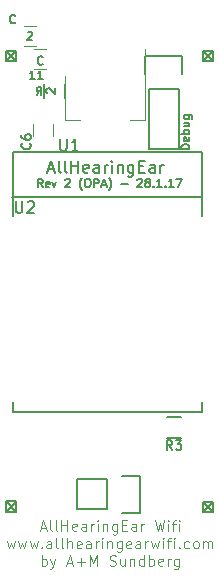
<source format=gbr>
G04 #@! TF.FileFunction,Legend,Top*
%FSLAX46Y46*%
G04 Gerber Fmt 4.6, Leading zero omitted, Abs format (unit mm)*
G04 Created by KiCad (PCBNEW 4.0.4-stable) date 01/28/17 22:06:06*
%MOMM*%
%LPD*%
G01*
G04 APERTURE LIST*
%ADD10C,0.100000*%
%ADD11C,0.175000*%
%ADD12C,0.125000*%
%ADD13C,0.127000*%
%ADD14C,0.152400*%
%ADD15C,0.150000*%
%ADD16C,0.120000*%
G04 APERTURE END LIST*
D10*
D11*
X145346667Y-62140000D02*
X145313333Y-62106667D01*
X145213333Y-62073333D01*
X145146667Y-62073333D01*
X145046667Y-62106667D01*
X144980000Y-62173333D01*
X144946667Y-62240000D01*
X144913333Y-62373333D01*
X144913333Y-62473333D01*
X144946667Y-62606667D01*
X144980000Y-62673333D01*
X145046667Y-62740000D01*
X145146667Y-62773333D01*
X145213333Y-62773333D01*
X145313333Y-62740000D01*
X145346667Y-62706667D01*
X142986667Y-58630000D02*
X142953333Y-58596667D01*
X142853333Y-58563333D01*
X142786667Y-58563333D01*
X142686667Y-58596667D01*
X142620000Y-58663333D01*
X142586667Y-58730000D01*
X142553333Y-58863333D01*
X142553333Y-58963333D01*
X142586667Y-59096667D01*
X142620000Y-59163333D01*
X142686667Y-59230000D01*
X142786667Y-59263333D01*
X142853333Y-59263333D01*
X142953333Y-59230000D01*
X142986667Y-59196667D01*
X144823333Y-65386667D02*
X145056667Y-65053333D01*
X145223333Y-65386667D02*
X145223333Y-64686667D01*
X144956667Y-64686667D01*
X144890000Y-64720000D01*
X144856667Y-64753333D01*
X144823333Y-64820000D01*
X144823333Y-64920000D01*
X144856667Y-64986667D01*
X144890000Y-65020000D01*
X144956667Y-65053333D01*
X145223333Y-65053333D01*
D12*
X145167143Y-102005000D02*
X145595714Y-102005000D01*
X145081428Y-102262143D02*
X145381428Y-101362143D01*
X145681428Y-102262143D01*
X146110000Y-102262143D02*
X146024286Y-102219286D01*
X145981429Y-102133571D01*
X145981429Y-101362143D01*
X146581429Y-102262143D02*
X146495715Y-102219286D01*
X146452858Y-102133571D01*
X146452858Y-101362143D01*
X146924287Y-102262143D02*
X146924287Y-101362143D01*
X146924287Y-101790714D02*
X147438572Y-101790714D01*
X147438572Y-102262143D02*
X147438572Y-101362143D01*
X148210001Y-102219286D02*
X148124287Y-102262143D01*
X147952858Y-102262143D01*
X147867144Y-102219286D01*
X147824287Y-102133571D01*
X147824287Y-101790714D01*
X147867144Y-101705000D01*
X147952858Y-101662143D01*
X148124287Y-101662143D01*
X148210001Y-101705000D01*
X148252858Y-101790714D01*
X148252858Y-101876429D01*
X147824287Y-101962143D01*
X149024287Y-102262143D02*
X149024287Y-101790714D01*
X148981430Y-101705000D01*
X148895716Y-101662143D01*
X148724287Y-101662143D01*
X148638573Y-101705000D01*
X149024287Y-102219286D02*
X148938573Y-102262143D01*
X148724287Y-102262143D01*
X148638573Y-102219286D01*
X148595716Y-102133571D01*
X148595716Y-102047857D01*
X148638573Y-101962143D01*
X148724287Y-101919286D01*
X148938573Y-101919286D01*
X149024287Y-101876429D01*
X149452859Y-102262143D02*
X149452859Y-101662143D01*
X149452859Y-101833571D02*
X149495716Y-101747857D01*
X149538573Y-101705000D01*
X149624287Y-101662143D01*
X149710002Y-101662143D01*
X150010002Y-102262143D02*
X150010002Y-101662143D01*
X150010002Y-101362143D02*
X149967145Y-101405000D01*
X150010002Y-101447857D01*
X150052859Y-101405000D01*
X150010002Y-101362143D01*
X150010002Y-101447857D01*
X150438573Y-101662143D02*
X150438573Y-102262143D01*
X150438573Y-101747857D02*
X150481430Y-101705000D01*
X150567144Y-101662143D01*
X150695716Y-101662143D01*
X150781430Y-101705000D01*
X150824287Y-101790714D01*
X150824287Y-102262143D01*
X151638573Y-101662143D02*
X151638573Y-102390714D01*
X151595716Y-102476429D01*
X151552859Y-102519286D01*
X151467144Y-102562143D01*
X151338573Y-102562143D01*
X151252859Y-102519286D01*
X151638573Y-102219286D02*
X151552859Y-102262143D01*
X151381430Y-102262143D01*
X151295716Y-102219286D01*
X151252859Y-102176429D01*
X151210002Y-102090714D01*
X151210002Y-101833571D01*
X151252859Y-101747857D01*
X151295716Y-101705000D01*
X151381430Y-101662143D01*
X151552859Y-101662143D01*
X151638573Y-101705000D01*
X152067145Y-101790714D02*
X152367145Y-101790714D01*
X152495716Y-102262143D02*
X152067145Y-102262143D01*
X152067145Y-101362143D01*
X152495716Y-101362143D01*
X153267145Y-102262143D02*
X153267145Y-101790714D01*
X153224288Y-101705000D01*
X153138574Y-101662143D01*
X152967145Y-101662143D01*
X152881431Y-101705000D01*
X153267145Y-102219286D02*
X153181431Y-102262143D01*
X152967145Y-102262143D01*
X152881431Y-102219286D01*
X152838574Y-102133571D01*
X152838574Y-102047857D01*
X152881431Y-101962143D01*
X152967145Y-101919286D01*
X153181431Y-101919286D01*
X153267145Y-101876429D01*
X153695717Y-102262143D02*
X153695717Y-101662143D01*
X153695717Y-101833571D02*
X153738574Y-101747857D01*
X153781431Y-101705000D01*
X153867145Y-101662143D01*
X153952860Y-101662143D01*
X154852859Y-101362143D02*
X155067145Y-102262143D01*
X155238574Y-101619286D01*
X155410002Y-102262143D01*
X155624288Y-101362143D01*
X155967145Y-102262143D02*
X155967145Y-101662143D01*
X155967145Y-101362143D02*
X155924288Y-101405000D01*
X155967145Y-101447857D01*
X156010002Y-101405000D01*
X155967145Y-101362143D01*
X155967145Y-101447857D01*
X156267144Y-101662143D02*
X156610001Y-101662143D01*
X156395716Y-102262143D02*
X156395716Y-101490714D01*
X156438573Y-101405000D01*
X156524287Y-101362143D01*
X156610001Y-101362143D01*
X156910002Y-102262143D02*
X156910002Y-101662143D01*
X156910002Y-101362143D02*
X156867145Y-101405000D01*
X156910002Y-101447857D01*
X156952859Y-101405000D01*
X156910002Y-101362143D01*
X156910002Y-101447857D01*
X142338570Y-103137143D02*
X142509999Y-103737143D01*
X142681428Y-103308571D01*
X142852856Y-103737143D01*
X143024285Y-103137143D01*
X143281427Y-103137143D02*
X143452856Y-103737143D01*
X143624285Y-103308571D01*
X143795713Y-103737143D01*
X143967142Y-103137143D01*
X144224284Y-103137143D02*
X144395713Y-103737143D01*
X144567142Y-103308571D01*
X144738570Y-103737143D01*
X144909999Y-103137143D01*
X145252856Y-103651429D02*
X145295713Y-103694286D01*
X145252856Y-103737143D01*
X145209999Y-103694286D01*
X145252856Y-103651429D01*
X145252856Y-103737143D01*
X146067141Y-103737143D02*
X146067141Y-103265714D01*
X146024284Y-103180000D01*
X145938570Y-103137143D01*
X145767141Y-103137143D01*
X145681427Y-103180000D01*
X146067141Y-103694286D02*
X145981427Y-103737143D01*
X145767141Y-103737143D01*
X145681427Y-103694286D01*
X145638570Y-103608571D01*
X145638570Y-103522857D01*
X145681427Y-103437143D01*
X145767141Y-103394286D01*
X145981427Y-103394286D01*
X146067141Y-103351429D01*
X146624284Y-103737143D02*
X146538570Y-103694286D01*
X146495713Y-103608571D01*
X146495713Y-102837143D01*
X147095713Y-103737143D02*
X147009999Y-103694286D01*
X146967142Y-103608571D01*
X146967142Y-102837143D01*
X147438571Y-103737143D02*
X147438571Y-102837143D01*
X147824285Y-103737143D02*
X147824285Y-103265714D01*
X147781428Y-103180000D01*
X147695714Y-103137143D01*
X147567142Y-103137143D01*
X147481428Y-103180000D01*
X147438571Y-103222857D01*
X148595714Y-103694286D02*
X148510000Y-103737143D01*
X148338571Y-103737143D01*
X148252857Y-103694286D01*
X148210000Y-103608571D01*
X148210000Y-103265714D01*
X148252857Y-103180000D01*
X148338571Y-103137143D01*
X148510000Y-103137143D01*
X148595714Y-103180000D01*
X148638571Y-103265714D01*
X148638571Y-103351429D01*
X148210000Y-103437143D01*
X149410000Y-103737143D02*
X149410000Y-103265714D01*
X149367143Y-103180000D01*
X149281429Y-103137143D01*
X149110000Y-103137143D01*
X149024286Y-103180000D01*
X149410000Y-103694286D02*
X149324286Y-103737143D01*
X149110000Y-103737143D01*
X149024286Y-103694286D01*
X148981429Y-103608571D01*
X148981429Y-103522857D01*
X149024286Y-103437143D01*
X149110000Y-103394286D01*
X149324286Y-103394286D01*
X149410000Y-103351429D01*
X149838572Y-103737143D02*
X149838572Y-103137143D01*
X149838572Y-103308571D02*
X149881429Y-103222857D01*
X149924286Y-103180000D01*
X150010000Y-103137143D01*
X150095715Y-103137143D01*
X150395715Y-103737143D02*
X150395715Y-103137143D01*
X150395715Y-102837143D02*
X150352858Y-102880000D01*
X150395715Y-102922857D01*
X150438572Y-102880000D01*
X150395715Y-102837143D01*
X150395715Y-102922857D01*
X150824286Y-103137143D02*
X150824286Y-103737143D01*
X150824286Y-103222857D02*
X150867143Y-103180000D01*
X150952857Y-103137143D01*
X151081429Y-103137143D01*
X151167143Y-103180000D01*
X151210000Y-103265714D01*
X151210000Y-103737143D01*
X152024286Y-103137143D02*
X152024286Y-103865714D01*
X151981429Y-103951429D01*
X151938572Y-103994286D01*
X151852857Y-104037143D01*
X151724286Y-104037143D01*
X151638572Y-103994286D01*
X152024286Y-103694286D02*
X151938572Y-103737143D01*
X151767143Y-103737143D01*
X151681429Y-103694286D01*
X151638572Y-103651429D01*
X151595715Y-103565714D01*
X151595715Y-103308571D01*
X151638572Y-103222857D01*
X151681429Y-103180000D01*
X151767143Y-103137143D01*
X151938572Y-103137143D01*
X152024286Y-103180000D01*
X152795715Y-103694286D02*
X152710001Y-103737143D01*
X152538572Y-103737143D01*
X152452858Y-103694286D01*
X152410001Y-103608571D01*
X152410001Y-103265714D01*
X152452858Y-103180000D01*
X152538572Y-103137143D01*
X152710001Y-103137143D01*
X152795715Y-103180000D01*
X152838572Y-103265714D01*
X152838572Y-103351429D01*
X152410001Y-103437143D01*
X153610001Y-103737143D02*
X153610001Y-103265714D01*
X153567144Y-103180000D01*
X153481430Y-103137143D01*
X153310001Y-103137143D01*
X153224287Y-103180000D01*
X153610001Y-103694286D02*
X153524287Y-103737143D01*
X153310001Y-103737143D01*
X153224287Y-103694286D01*
X153181430Y-103608571D01*
X153181430Y-103522857D01*
X153224287Y-103437143D01*
X153310001Y-103394286D01*
X153524287Y-103394286D01*
X153610001Y-103351429D01*
X154038573Y-103737143D02*
X154038573Y-103137143D01*
X154038573Y-103308571D02*
X154081430Y-103222857D01*
X154124287Y-103180000D01*
X154210001Y-103137143D01*
X154295716Y-103137143D01*
X154510001Y-103137143D02*
X154681430Y-103737143D01*
X154852859Y-103308571D01*
X155024287Y-103737143D01*
X155195716Y-103137143D01*
X155538573Y-103737143D02*
X155538573Y-103137143D01*
X155538573Y-102837143D02*
X155495716Y-102880000D01*
X155538573Y-102922857D01*
X155581430Y-102880000D01*
X155538573Y-102837143D01*
X155538573Y-102922857D01*
X155838572Y-103137143D02*
X156181429Y-103137143D01*
X155967144Y-103737143D02*
X155967144Y-102965714D01*
X156010001Y-102880000D01*
X156095715Y-102837143D01*
X156181429Y-102837143D01*
X156481430Y-103737143D02*
X156481430Y-103137143D01*
X156481430Y-102837143D02*
X156438573Y-102880000D01*
X156481430Y-102922857D01*
X156524287Y-102880000D01*
X156481430Y-102837143D01*
X156481430Y-102922857D01*
X156910001Y-103651429D02*
X156952858Y-103694286D01*
X156910001Y-103737143D01*
X156867144Y-103694286D01*
X156910001Y-103651429D01*
X156910001Y-103737143D01*
X157724286Y-103694286D02*
X157638572Y-103737143D01*
X157467143Y-103737143D01*
X157381429Y-103694286D01*
X157338572Y-103651429D01*
X157295715Y-103565714D01*
X157295715Y-103308571D01*
X157338572Y-103222857D01*
X157381429Y-103180000D01*
X157467143Y-103137143D01*
X157638572Y-103137143D01*
X157724286Y-103180000D01*
X158238572Y-103737143D02*
X158152858Y-103694286D01*
X158110001Y-103651429D01*
X158067144Y-103565714D01*
X158067144Y-103308571D01*
X158110001Y-103222857D01*
X158152858Y-103180000D01*
X158238572Y-103137143D01*
X158367144Y-103137143D01*
X158452858Y-103180000D01*
X158495715Y-103222857D01*
X158538572Y-103308571D01*
X158538572Y-103565714D01*
X158495715Y-103651429D01*
X158452858Y-103694286D01*
X158367144Y-103737143D01*
X158238572Y-103737143D01*
X158924287Y-103737143D02*
X158924287Y-103137143D01*
X158924287Y-103222857D02*
X158967144Y-103180000D01*
X159052858Y-103137143D01*
X159181430Y-103137143D01*
X159267144Y-103180000D01*
X159310001Y-103265714D01*
X159310001Y-103737143D01*
X159310001Y-103265714D02*
X159352858Y-103180000D01*
X159438572Y-103137143D01*
X159567144Y-103137143D01*
X159652858Y-103180000D01*
X159695715Y-103265714D01*
X159695715Y-103737143D01*
X145252857Y-105212143D02*
X145252857Y-104312143D01*
X145252857Y-104655000D02*
X145338571Y-104612143D01*
X145510000Y-104612143D01*
X145595714Y-104655000D01*
X145638571Y-104697857D01*
X145681428Y-104783571D01*
X145681428Y-105040714D01*
X145638571Y-105126429D01*
X145595714Y-105169286D01*
X145510000Y-105212143D01*
X145338571Y-105212143D01*
X145252857Y-105169286D01*
X145981428Y-104612143D02*
X146195714Y-105212143D01*
X146410000Y-104612143D02*
X146195714Y-105212143D01*
X146110000Y-105426429D01*
X146067143Y-105469286D01*
X145981428Y-105512143D01*
X147395714Y-104955000D02*
X147824285Y-104955000D01*
X147309999Y-105212143D02*
X147609999Y-104312143D01*
X147909999Y-105212143D01*
X148210000Y-104869286D02*
X148895714Y-104869286D01*
X148552857Y-105212143D02*
X148552857Y-104526429D01*
X149324286Y-105212143D02*
X149324286Y-104312143D01*
X149624286Y-104955000D01*
X149924286Y-104312143D01*
X149924286Y-105212143D01*
X150995714Y-105169286D02*
X151124285Y-105212143D01*
X151338571Y-105212143D01*
X151424285Y-105169286D01*
X151467142Y-105126429D01*
X151509999Y-105040714D01*
X151509999Y-104955000D01*
X151467142Y-104869286D01*
X151424285Y-104826429D01*
X151338571Y-104783571D01*
X151167142Y-104740714D01*
X151081428Y-104697857D01*
X151038571Y-104655000D01*
X150995714Y-104569286D01*
X150995714Y-104483571D01*
X151038571Y-104397857D01*
X151081428Y-104355000D01*
X151167142Y-104312143D01*
X151381428Y-104312143D01*
X151509999Y-104355000D01*
X152281428Y-104612143D02*
X152281428Y-105212143D01*
X151895714Y-104612143D02*
X151895714Y-105083571D01*
X151938571Y-105169286D01*
X152024285Y-105212143D01*
X152152857Y-105212143D01*
X152238571Y-105169286D01*
X152281428Y-105126429D01*
X152710000Y-104612143D02*
X152710000Y-105212143D01*
X152710000Y-104697857D02*
X152752857Y-104655000D01*
X152838571Y-104612143D01*
X152967143Y-104612143D01*
X153052857Y-104655000D01*
X153095714Y-104740714D01*
X153095714Y-105212143D01*
X153910000Y-105212143D02*
X153910000Y-104312143D01*
X153910000Y-105169286D02*
X153824286Y-105212143D01*
X153652857Y-105212143D01*
X153567143Y-105169286D01*
X153524286Y-105126429D01*
X153481429Y-105040714D01*
X153481429Y-104783571D01*
X153524286Y-104697857D01*
X153567143Y-104655000D01*
X153652857Y-104612143D01*
X153824286Y-104612143D01*
X153910000Y-104655000D01*
X154338572Y-105212143D02*
X154338572Y-104312143D01*
X154338572Y-104655000D02*
X154424286Y-104612143D01*
X154595715Y-104612143D01*
X154681429Y-104655000D01*
X154724286Y-104697857D01*
X154767143Y-104783571D01*
X154767143Y-105040714D01*
X154724286Y-105126429D01*
X154681429Y-105169286D01*
X154595715Y-105212143D01*
X154424286Y-105212143D01*
X154338572Y-105169286D01*
X155495715Y-105169286D02*
X155410001Y-105212143D01*
X155238572Y-105212143D01*
X155152858Y-105169286D01*
X155110001Y-105083571D01*
X155110001Y-104740714D01*
X155152858Y-104655000D01*
X155238572Y-104612143D01*
X155410001Y-104612143D01*
X155495715Y-104655000D01*
X155538572Y-104740714D01*
X155538572Y-104826429D01*
X155110001Y-104912143D01*
X155924287Y-105212143D02*
X155924287Y-104612143D01*
X155924287Y-104783571D02*
X155967144Y-104697857D01*
X156010001Y-104655000D01*
X156095715Y-104612143D01*
X156181430Y-104612143D01*
X156867144Y-104612143D02*
X156867144Y-105340714D01*
X156824287Y-105426429D01*
X156781430Y-105469286D01*
X156695715Y-105512143D01*
X156567144Y-105512143D01*
X156481430Y-105469286D01*
X156867144Y-105169286D02*
X156781430Y-105212143D01*
X156610001Y-105212143D01*
X156524287Y-105169286D01*
X156481430Y-105126429D01*
X156438573Y-105040714D01*
X156438573Y-104783571D01*
X156481430Y-104697857D01*
X156524287Y-104655000D01*
X156610001Y-104612143D01*
X156781430Y-104612143D01*
X156867144Y-104655000D01*
D13*
X158910000Y-100660000D02*
X159785000Y-100660000D01*
X159760000Y-99810000D02*
X158910000Y-100660000D01*
D11*
X145323334Y-73156667D02*
X145090000Y-72823333D01*
X144923334Y-73156667D02*
X144923334Y-72456667D01*
X145190000Y-72456667D01*
X145256667Y-72490000D01*
X145290000Y-72523333D01*
X145323334Y-72590000D01*
X145323334Y-72690000D01*
X145290000Y-72756667D01*
X145256667Y-72790000D01*
X145190000Y-72823333D01*
X144923334Y-72823333D01*
X145890000Y-73123333D02*
X145823334Y-73156667D01*
X145690000Y-73156667D01*
X145623334Y-73123333D01*
X145590000Y-73056667D01*
X145590000Y-72790000D01*
X145623334Y-72723333D01*
X145690000Y-72690000D01*
X145823334Y-72690000D01*
X145890000Y-72723333D01*
X145923334Y-72790000D01*
X145923334Y-72856667D01*
X145590000Y-72923333D01*
X146156667Y-72690000D02*
X146323334Y-73156667D01*
X146490000Y-72690000D01*
X147256666Y-72523333D02*
X147290000Y-72490000D01*
X147356666Y-72456667D01*
X147523333Y-72456667D01*
X147590000Y-72490000D01*
X147623333Y-72523333D01*
X147656666Y-72590000D01*
X147656666Y-72656667D01*
X147623333Y-72756667D01*
X147223333Y-73156667D01*
X147656666Y-73156667D01*
X148690000Y-73423333D02*
X148656666Y-73390000D01*
X148590000Y-73290000D01*
X148556666Y-73223333D01*
X148523333Y-73123333D01*
X148490000Y-72956667D01*
X148490000Y-72823333D01*
X148523333Y-72656667D01*
X148556666Y-72556667D01*
X148590000Y-72490000D01*
X148656666Y-72390000D01*
X148690000Y-72356667D01*
X149090000Y-72456667D02*
X149223333Y-72456667D01*
X149290000Y-72490000D01*
X149356667Y-72556667D01*
X149390000Y-72690000D01*
X149390000Y-72923333D01*
X149356667Y-73056667D01*
X149290000Y-73123333D01*
X149223333Y-73156667D01*
X149090000Y-73156667D01*
X149023333Y-73123333D01*
X148956667Y-73056667D01*
X148923333Y-72923333D01*
X148923333Y-72690000D01*
X148956667Y-72556667D01*
X149023333Y-72490000D01*
X149090000Y-72456667D01*
X149690000Y-73156667D02*
X149690000Y-72456667D01*
X149956666Y-72456667D01*
X150023333Y-72490000D01*
X150056666Y-72523333D01*
X150090000Y-72590000D01*
X150090000Y-72690000D01*
X150056666Y-72756667D01*
X150023333Y-72790000D01*
X149956666Y-72823333D01*
X149690000Y-72823333D01*
X150356666Y-72956667D02*
X150690000Y-72956667D01*
X150290000Y-73156667D02*
X150523333Y-72456667D01*
X150756666Y-73156667D01*
X150923333Y-73423333D02*
X150956666Y-73390000D01*
X151023333Y-73290000D01*
X151056666Y-73223333D01*
X151090000Y-73123333D01*
X151123333Y-72956667D01*
X151123333Y-72823333D01*
X151090000Y-72656667D01*
X151056666Y-72556667D01*
X151023333Y-72490000D01*
X150956666Y-72390000D01*
X150923333Y-72356667D01*
X151990000Y-72890000D02*
X152523333Y-72890000D01*
X153356666Y-72523333D02*
X153390000Y-72490000D01*
X153456666Y-72456667D01*
X153623333Y-72456667D01*
X153690000Y-72490000D01*
X153723333Y-72523333D01*
X153756666Y-72590000D01*
X153756666Y-72656667D01*
X153723333Y-72756667D01*
X153323333Y-73156667D01*
X153756666Y-73156667D01*
X154156667Y-72756667D02*
X154090000Y-72723333D01*
X154056667Y-72690000D01*
X154023333Y-72623333D01*
X154023333Y-72590000D01*
X154056667Y-72523333D01*
X154090000Y-72490000D01*
X154156667Y-72456667D01*
X154290000Y-72456667D01*
X154356667Y-72490000D01*
X154390000Y-72523333D01*
X154423333Y-72590000D01*
X154423333Y-72623333D01*
X154390000Y-72690000D01*
X154356667Y-72723333D01*
X154290000Y-72756667D01*
X154156667Y-72756667D01*
X154090000Y-72790000D01*
X154056667Y-72823333D01*
X154023333Y-72890000D01*
X154023333Y-73023333D01*
X154056667Y-73090000D01*
X154090000Y-73123333D01*
X154156667Y-73156667D01*
X154290000Y-73156667D01*
X154356667Y-73123333D01*
X154390000Y-73090000D01*
X154423333Y-73023333D01*
X154423333Y-72890000D01*
X154390000Y-72823333D01*
X154356667Y-72790000D01*
X154290000Y-72756667D01*
X154723334Y-73090000D02*
X154756667Y-73123333D01*
X154723334Y-73156667D01*
X154690000Y-73123333D01*
X154723334Y-73090000D01*
X154723334Y-73156667D01*
X155423333Y-73156667D02*
X155023333Y-73156667D01*
X155223333Y-73156667D02*
X155223333Y-72456667D01*
X155156667Y-72556667D01*
X155090000Y-72623333D01*
X155023333Y-72656667D01*
X155723334Y-73090000D02*
X155756667Y-73123333D01*
X155723334Y-73156667D01*
X155690000Y-73123333D01*
X155723334Y-73090000D01*
X155723334Y-73156667D01*
X156423333Y-73156667D02*
X156023333Y-73156667D01*
X156223333Y-73156667D02*
X156223333Y-72456667D01*
X156156667Y-72556667D01*
X156090000Y-72623333D01*
X156023333Y-72656667D01*
X156656667Y-72456667D02*
X157123334Y-72456667D01*
X156823334Y-73156667D01*
D13*
X159785000Y-100660000D02*
X158910000Y-99785000D01*
X159785000Y-99785000D02*
X158910000Y-99785000D01*
X158910000Y-100660000D02*
X158910000Y-99785000D01*
X159785000Y-100660000D02*
X159785000Y-99785000D01*
X143105000Y-100640000D02*
X143105000Y-99765000D01*
X142230000Y-100640000D02*
X143105000Y-100640000D01*
X142230000Y-100640000D02*
X142230000Y-99765000D01*
X143080000Y-99790000D02*
X142230000Y-100640000D01*
X143105000Y-99765000D02*
X142230000Y-99765000D01*
X143105000Y-100640000D02*
X142230000Y-99765000D01*
X143115000Y-62480000D02*
X142240000Y-61605000D01*
X143115000Y-61605000D02*
X142240000Y-61605000D01*
X143090000Y-61630000D02*
X142240000Y-62480000D01*
X142240000Y-62480000D02*
X142240000Y-61605000D01*
X142240000Y-62480000D02*
X143115000Y-62480000D01*
X143115000Y-62480000D02*
X143115000Y-61605000D01*
X159750000Y-62500000D02*
X159750000Y-61625000D01*
X158875000Y-62500000D02*
X159750000Y-62500000D01*
X158875000Y-62500000D02*
X158875000Y-61625000D01*
X159725000Y-61650000D02*
X158875000Y-62500000D01*
X159750000Y-61625000D02*
X158875000Y-61625000D01*
X159750000Y-62500000D02*
X158875000Y-61625000D01*
D14*
X142790000Y-70180000D02*
X158790000Y-70180000D01*
X158790000Y-70180000D02*
X158790000Y-75580000D01*
X142790000Y-70180000D02*
X142790000Y-75580000D01*
X142790000Y-91380000D02*
X142790000Y-92180000D01*
X142790000Y-92180000D02*
X158790000Y-92180000D01*
X158790000Y-92180000D02*
X158790000Y-91380000D01*
X142782000Y-73980000D02*
X158782000Y-73980000D01*
D15*
X153580000Y-97620000D02*
X152030000Y-97620000D01*
X148220000Y-97900000D02*
X150760000Y-97900000D01*
X150760000Y-97900000D02*
X150760000Y-100440000D01*
X152030000Y-100720000D02*
X153580000Y-100720000D01*
X153580000Y-100720000D02*
X153580000Y-97620000D01*
X150760000Y-100440000D02*
X148220000Y-100440000D01*
X148220000Y-100440000D02*
X148220000Y-97900000D01*
D16*
X143750000Y-61200000D02*
X144750000Y-61200000D01*
X144750000Y-59500000D02*
X143750000Y-59500000D01*
D15*
X157120000Y-63570000D02*
X157120000Y-62020000D01*
X157120000Y-62020000D02*
X154020000Y-62020000D01*
X154020000Y-62020000D02*
X154020000Y-63570000D01*
X156840000Y-64840000D02*
X156840000Y-69920000D01*
X156840000Y-69920000D02*
X154300000Y-69920000D01*
X154300000Y-69920000D02*
X154300000Y-64840000D01*
X154300000Y-64840000D02*
X156840000Y-64840000D01*
X147205000Y-64380000D02*
X147205000Y-65580000D01*
X145455000Y-65580000D02*
X145455000Y-64380000D01*
X157070000Y-94405000D02*
X155870000Y-94405000D01*
X155870000Y-92655000D02*
X157070000Y-92655000D01*
D16*
X147200000Y-67480000D02*
X148460000Y-67480000D01*
X154020000Y-67480000D02*
X152760000Y-67480000D01*
X147200000Y-63720000D02*
X147200000Y-67480000D01*
X154020000Y-61470000D02*
X154020000Y-67480000D01*
X144640000Y-63180000D02*
X145640000Y-63180000D01*
X145640000Y-61480000D02*
X144640000Y-61480000D01*
X144530000Y-67780000D02*
X144530000Y-68780000D01*
X146230000Y-68780000D02*
X146230000Y-67780000D01*
D15*
X143053095Y-74332381D02*
X143053095Y-75141905D01*
X143100714Y-75237143D01*
X143148333Y-75284762D01*
X143243571Y-75332381D01*
X143434048Y-75332381D01*
X143529286Y-75284762D01*
X143576905Y-75237143D01*
X143624524Y-75141905D01*
X143624524Y-74332381D01*
X144053095Y-74427619D02*
X144100714Y-74380000D01*
X144195952Y-74332381D01*
X144434048Y-74332381D01*
X144529286Y-74380000D01*
X144576905Y-74427619D01*
X144624524Y-74522857D01*
X144624524Y-74618095D01*
X144576905Y-74760952D01*
X144005476Y-75332381D01*
X144624524Y-75332381D01*
X145816666Y-71636667D02*
X146292857Y-71636667D01*
X145721428Y-71922381D02*
X146054761Y-70922381D01*
X146388095Y-71922381D01*
X146864285Y-71922381D02*
X146769047Y-71874762D01*
X146721428Y-71779524D01*
X146721428Y-70922381D01*
X147388095Y-71922381D02*
X147292857Y-71874762D01*
X147245238Y-71779524D01*
X147245238Y-70922381D01*
X147769048Y-71922381D02*
X147769048Y-70922381D01*
X147769048Y-71398571D02*
X148340477Y-71398571D01*
X148340477Y-71922381D02*
X148340477Y-70922381D01*
X149197620Y-71874762D02*
X149102382Y-71922381D01*
X148911905Y-71922381D01*
X148816667Y-71874762D01*
X148769048Y-71779524D01*
X148769048Y-71398571D01*
X148816667Y-71303333D01*
X148911905Y-71255714D01*
X149102382Y-71255714D01*
X149197620Y-71303333D01*
X149245239Y-71398571D01*
X149245239Y-71493810D01*
X148769048Y-71589048D01*
X150102382Y-71922381D02*
X150102382Y-71398571D01*
X150054763Y-71303333D01*
X149959525Y-71255714D01*
X149769048Y-71255714D01*
X149673810Y-71303333D01*
X150102382Y-71874762D02*
X150007144Y-71922381D01*
X149769048Y-71922381D01*
X149673810Y-71874762D01*
X149626191Y-71779524D01*
X149626191Y-71684286D01*
X149673810Y-71589048D01*
X149769048Y-71541429D01*
X150007144Y-71541429D01*
X150102382Y-71493810D01*
X150578572Y-71922381D02*
X150578572Y-71255714D01*
X150578572Y-71446190D02*
X150626191Y-71350952D01*
X150673810Y-71303333D01*
X150769048Y-71255714D01*
X150864287Y-71255714D01*
X151197620Y-71922381D02*
X151197620Y-71255714D01*
X151197620Y-70922381D02*
X151150001Y-70970000D01*
X151197620Y-71017619D01*
X151245239Y-70970000D01*
X151197620Y-70922381D01*
X151197620Y-71017619D01*
X151673810Y-71255714D02*
X151673810Y-71922381D01*
X151673810Y-71350952D02*
X151721429Y-71303333D01*
X151816667Y-71255714D01*
X151959525Y-71255714D01*
X152054763Y-71303333D01*
X152102382Y-71398571D01*
X152102382Y-71922381D01*
X153007144Y-71255714D02*
X153007144Y-72065238D01*
X152959525Y-72160476D01*
X152911906Y-72208095D01*
X152816667Y-72255714D01*
X152673810Y-72255714D01*
X152578572Y-72208095D01*
X153007144Y-71874762D02*
X152911906Y-71922381D01*
X152721429Y-71922381D01*
X152626191Y-71874762D01*
X152578572Y-71827143D01*
X152530953Y-71731905D01*
X152530953Y-71446190D01*
X152578572Y-71350952D01*
X152626191Y-71303333D01*
X152721429Y-71255714D01*
X152911906Y-71255714D01*
X153007144Y-71303333D01*
X153483334Y-71398571D02*
X153816668Y-71398571D01*
X153959525Y-71922381D02*
X153483334Y-71922381D01*
X153483334Y-70922381D01*
X153959525Y-70922381D01*
X154816668Y-71922381D02*
X154816668Y-71398571D01*
X154769049Y-71303333D01*
X154673811Y-71255714D01*
X154483334Y-71255714D01*
X154388096Y-71303333D01*
X154816668Y-71874762D02*
X154721430Y-71922381D01*
X154483334Y-71922381D01*
X154388096Y-71874762D01*
X154340477Y-71779524D01*
X154340477Y-71684286D01*
X154388096Y-71589048D01*
X154483334Y-71541429D01*
X154721430Y-71541429D01*
X154816668Y-71493810D01*
X155292858Y-71922381D02*
X155292858Y-71255714D01*
X155292858Y-71446190D02*
X155340477Y-71350952D01*
X155388096Y-71303333D01*
X155483334Y-71255714D01*
X155578573Y-71255714D01*
X144060000Y-60053333D02*
X144093334Y-60020000D01*
X144160000Y-59986667D01*
X144326667Y-59986667D01*
X144393334Y-60020000D01*
X144426667Y-60053333D01*
X144460000Y-60120000D01*
X144460000Y-60186667D01*
X144426667Y-60286667D01*
X144026667Y-60686667D01*
X144460000Y-60686667D01*
X157766667Y-69913332D02*
X157066667Y-69913332D01*
X157066667Y-69746666D01*
X157100000Y-69646666D01*
X157166667Y-69579999D01*
X157233333Y-69546666D01*
X157366667Y-69513332D01*
X157466667Y-69513332D01*
X157600000Y-69546666D01*
X157666667Y-69579999D01*
X157733333Y-69646666D01*
X157766667Y-69746666D01*
X157766667Y-69913332D01*
X157733333Y-68946666D02*
X157766667Y-69013332D01*
X157766667Y-69146666D01*
X157733333Y-69213332D01*
X157666667Y-69246666D01*
X157400000Y-69246666D01*
X157333333Y-69213332D01*
X157300000Y-69146666D01*
X157300000Y-69013332D01*
X157333333Y-68946666D01*
X157400000Y-68913332D01*
X157466667Y-68913332D01*
X157533333Y-69246666D01*
X157766667Y-68613332D02*
X157066667Y-68613332D01*
X157333333Y-68613332D02*
X157300000Y-68546666D01*
X157300000Y-68413332D01*
X157333333Y-68346666D01*
X157366667Y-68313332D01*
X157433333Y-68279999D01*
X157633333Y-68279999D01*
X157700000Y-68313332D01*
X157733333Y-68346666D01*
X157766667Y-68413332D01*
X157766667Y-68546666D01*
X157733333Y-68613332D01*
X157300000Y-67679999D02*
X157766667Y-67679999D01*
X157300000Y-67979999D02*
X157666667Y-67979999D01*
X157733333Y-67946666D01*
X157766667Y-67879999D01*
X157766667Y-67779999D01*
X157733333Y-67713333D01*
X157700000Y-67679999D01*
X157300000Y-67046666D02*
X157866667Y-67046666D01*
X157933333Y-67080000D01*
X157966667Y-67113333D01*
X158000000Y-67180000D01*
X158000000Y-67280000D01*
X157966667Y-67346666D01*
X157733333Y-67046666D02*
X157766667Y-67113333D01*
X157766667Y-67246666D01*
X157733333Y-67313333D01*
X157700000Y-67346666D01*
X157633333Y-67380000D01*
X157433333Y-67380000D01*
X157366667Y-67346666D01*
X157333333Y-67313333D01*
X157300000Y-67246666D01*
X157300000Y-67113333D01*
X157333333Y-67046666D01*
X145713333Y-65200000D02*
X145680000Y-65166666D01*
X145646667Y-65100000D01*
X145646667Y-64933333D01*
X145680000Y-64866666D01*
X145713333Y-64833333D01*
X145780000Y-64800000D01*
X145846667Y-64800000D01*
X145946667Y-64833333D01*
X146346667Y-65233333D01*
X146346667Y-64800000D01*
X156316667Y-95381905D02*
X156050000Y-95000952D01*
X155859524Y-95381905D02*
X155859524Y-94581905D01*
X156164286Y-94581905D01*
X156240477Y-94620000D01*
X156278572Y-94658095D01*
X156316667Y-94734286D01*
X156316667Y-94848571D01*
X156278572Y-94924762D01*
X156240477Y-94962857D01*
X156164286Y-95000952D01*
X155859524Y-95000952D01*
X156583334Y-94581905D02*
X157078572Y-94581905D01*
X156811905Y-94886667D01*
X156926191Y-94886667D01*
X157002381Y-94924762D01*
X157040477Y-94962857D01*
X157078572Y-95039048D01*
X157078572Y-95229524D01*
X157040477Y-95305714D01*
X157002381Y-95343810D01*
X156926191Y-95381905D01*
X156697619Y-95381905D01*
X156621429Y-95343810D01*
X156583334Y-95305714D01*
X146798095Y-69052381D02*
X146798095Y-69861905D01*
X146845714Y-69957143D01*
X146893333Y-70004762D01*
X146988571Y-70052381D01*
X147179048Y-70052381D01*
X147274286Y-70004762D01*
X147321905Y-69957143D01*
X147369524Y-69861905D01*
X147369524Y-69052381D01*
X148369524Y-70052381D02*
X147798095Y-70052381D01*
X148083809Y-70052381D02*
X148083809Y-69052381D01*
X147988571Y-69195238D01*
X147893333Y-69290476D01*
X147798095Y-69338095D01*
X144656666Y-64026667D02*
X144256666Y-64026667D01*
X144456666Y-64026667D02*
X144456666Y-63326667D01*
X144390000Y-63426667D01*
X144323333Y-63493333D01*
X144256666Y-63526667D01*
X145323333Y-64026667D02*
X144923333Y-64026667D01*
X145123333Y-64026667D02*
X145123333Y-63326667D01*
X145056667Y-63426667D01*
X144990000Y-63493333D01*
X144923333Y-63526667D01*
X144265714Y-69443333D02*
X144303810Y-69481428D01*
X144341905Y-69595714D01*
X144341905Y-69671904D01*
X144303810Y-69786190D01*
X144227619Y-69862381D01*
X144151429Y-69900476D01*
X143999048Y-69938571D01*
X143884762Y-69938571D01*
X143732381Y-69900476D01*
X143656190Y-69862381D01*
X143580000Y-69786190D01*
X143541905Y-69671904D01*
X143541905Y-69595714D01*
X143580000Y-69481428D01*
X143618095Y-69443333D01*
X143541905Y-68757619D02*
X143541905Y-68910000D01*
X143580000Y-68986190D01*
X143618095Y-69024285D01*
X143732381Y-69100476D01*
X143884762Y-69138571D01*
X144189524Y-69138571D01*
X144265714Y-69100476D01*
X144303810Y-69062381D01*
X144341905Y-68986190D01*
X144341905Y-68833809D01*
X144303810Y-68757619D01*
X144265714Y-68719523D01*
X144189524Y-68681428D01*
X143999048Y-68681428D01*
X143922857Y-68719523D01*
X143884762Y-68757619D01*
X143846667Y-68833809D01*
X143846667Y-68986190D01*
X143884762Y-69062381D01*
X143922857Y-69100476D01*
X143999048Y-69138571D01*
M02*

</source>
